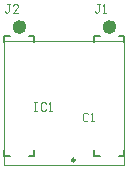
<source format=gto>
%FSLAX44Y44*%
%MOMM*%
G71*
G01*
G75*
G04 Layer_Color=65535*
%ADD10R,1.2000X0.8000*%
G04:AMPARAMS|DCode=11|XSize=0.6mm|YSize=0.5mm|CornerRadius=0.05mm|HoleSize=0mm|Usage=FLASHONLY|Rotation=180.000|XOffset=0mm|YOffset=0mm|HoleType=Round|Shape=RoundedRectangle|*
%AMROUNDEDRECTD11*
21,1,0.6000,0.4000,0,0,180.0*
21,1,0.5000,0.5000,0,0,180.0*
1,1,0.1000,-0.2500,0.2000*
1,1,0.1000,0.2500,0.2000*
1,1,0.1000,0.2500,-0.2000*
1,1,0.1000,-0.2500,-0.2000*
%
%ADD11ROUNDEDRECTD11*%
%ADD12C,0.1000*%
%ADD13C,0.0800*%
%ADD14C,0.2000*%
%ADD15C,0.0750*%
%ADD16R,1.5000X1.5000*%
%ADD17C,1.5000*%
%ADD18C,0.4500*%
%ADD19C,0.3500*%
%ADD20C,0.2000*%
%ADD21C,0.0500*%
%ADD22C,0.6000*%
%ADD23C,0.2500*%
D12*
X17414Y153932D02*
X15081D01*
X16247D01*
Y148101D01*
X15081Y146934D01*
X13915D01*
X12748Y148101D01*
X24411Y146934D02*
X19746D01*
X24411Y151600D01*
Y152766D01*
X23245Y153932D01*
X20912D01*
X19746Y152766D01*
X93614Y153932D02*
X91281D01*
X92447D01*
Y148101D01*
X91281Y146934D01*
X90115D01*
X88948Y148101D01*
X95946Y146934D02*
X98279D01*
X97112D01*
Y153932D01*
X95946Y152766D01*
X83454Y60818D02*
X82287Y61984D01*
X79955D01*
X78788Y60818D01*
Y56153D01*
X79955Y54986D01*
X82287D01*
X83454Y56153D01*
X85786Y54986D02*
X88119D01*
X86952D01*
Y61984D01*
X85786Y60818D01*
X37640Y70874D02*
X39973D01*
X38807D01*
Y63876D01*
X37640D01*
X39973D01*
X48137Y69708D02*
X46971Y70874D01*
X44638D01*
X43472Y69708D01*
Y65043D01*
X44638Y63876D01*
X46971D01*
X48137Y65043D01*
X50469Y63876D02*
X52802D01*
X51636D01*
Y70874D01*
X50469Y69708D01*
X12000Y17660D02*
Y122950D01*
X114000Y17660D02*
Y122950D01*
X12000Y17660D02*
X114000D01*
X12000Y122950D02*
X114000D01*
D14*
X114300Y122000D02*
Y127000D01*
X109300D02*
X114300D01*
X88900D02*
X93900D01*
X88900Y122000D02*
Y127000D01*
Y25400D02*
Y30400D01*
Y25400D02*
X93900D01*
X109300D02*
X114300D01*
Y30400D01*
X38100Y122000D02*
Y127000D01*
X33100D02*
X38100D01*
X12700D02*
X17700D01*
X12700Y122000D02*
Y127000D01*
Y25400D02*
Y30400D01*
Y25400D02*
X17700D01*
X33100D02*
X38100D01*
Y30400D01*
D22*
X104600Y134800D02*
G03*
X104600Y134800I-3000J0D01*
G01*
X28400D02*
G03*
X28400Y134800I-3000J0D01*
G01*
D23*
X72370Y22140D02*
G03*
X72370Y22140I-1250J0D01*
G01*
M02*

</source>
